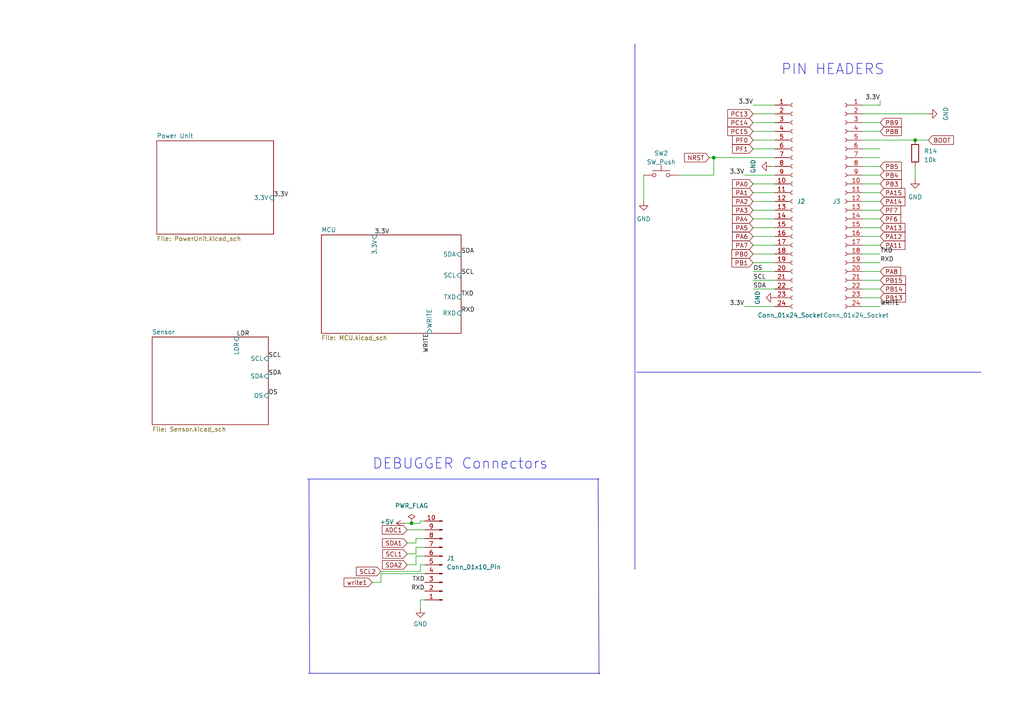
<source format=kicad_sch>
(kicad_sch (version 20230121) (generator eeschema)
  (paper "A4")
  (title_block (title "MAIN SCHEMATIC") (company "UCT") (comment 2 "TALIFHANI NEMAANGANI") (comment 3 "SIVUYILE NOSE") (comment 4 "ZWIVHUYA NDOU"))
  (lib_symbols
    (symbol "Connector:Conn_01x10_Pin" (pin_names (offset 1.016) hide)
      (property "Reference" "J" (at 0 12.7 0))
      (property "Value" "Conn_01x10_Pin" (at 0 -15.24 0))
      (symbol "Conn_01x10_Pin_1_1"
        (polyline (pts (xy 1.27 -12.7) (xy 0.8636 -12.7)) (stroke (width 0.1524)))
        (polyline (pts (xy 1.27 -10.16) (xy 0.8636 -10.16)) (stroke (width 0.1524)))
        (polyline (pts (xy 1.27 -7.62) (xy 0.8636 -7.62)) (stroke (width 0.1524)))
        (polyline (pts (xy 1.27 -5.08) (xy 0.8636 -5.08)) (stroke (width 0.1524)))
        (polyline (pts (xy 1.27 -2.54) (xy 0.8636 -2.54)) (stroke (width 0.1524)))
        (polyline (pts (xy 1.27 0) (xy 0.8636 0)) (stroke (width 0.1524)))
        (polyline (pts (xy 1.27 2.54) (xy 0.8636 2.54)) (stroke (width 0.1524)))
        (polyline (pts (xy 1.27 5.08) (xy 0.8636 5.08)) (stroke (width 0.1524)))
        (polyline (pts (xy 1.27 7.62) (xy 0.8636 7.62)) (stroke (width 0.1524)))
        (polyline (pts (xy 1.27 10.16) (xy 0.8636 10.16)) (stroke (width 0.1524)))
        (rectangle (start 0.8636 -12.573) (end 0 -12.827) (stroke (width 0.1524)) (fill (type outline)))
        (rectangle (start 0.8636 -10.033) (end 0 -10.287) (stroke (width 0.1524)) (fill (type outline)))
        (rectangle (start 0.8636 -7.493) (end 0 -7.747) (stroke (width 0.1524)) (fill (type outline)))
        (rectangle (start 0.8636 -4.953) (end 0 -5.207) (stroke (width 0.1524)) (fill (type outline)))
        (rectangle (start 0.8636 -2.413) (end 0 -2.667) (stroke (width 0.1524)) (fill (type outline)))
        (rectangle (start 0.8636 0.127) (end 0 -0.127) (stroke (width 0.1524)) (fill (type outline)))
        (rectangle (start 0.8636 2.667) (end 0 2.413) (stroke (width 0.1524)) (fill (type outline)))
        (rectangle (start 0.8636 5.207) (end 0 4.953) (stroke (width 0.1524)) (fill (type outline)))
        (rectangle (start 0.8636 7.747) (end 0 7.493) (stroke (width 0.1524)) (fill (type outline)))
        (rectangle (start 0.8636 10.287) (end 0 10.033) (stroke (width 0.1524)) (fill (type outline)))
        (pin passive line (at 5.08 10.16 180) (length 3.81) (name "Pin_1") (number "1"))
        (pin passive line (at 5.08 -12.7 180) (length 3.81) (name "Pin_10") (number "10"))
        (pin passive line (at 5.08 7.62 180) (length 3.81) (name "Pin_2") (number "2"))
        (pin passive line (at 5.08 5.08 180) (length 3.81) (name "Pin_3") (number "3"))
        (pin passive line (at 5.08 2.54 180) (length 3.81) (name "Pin_4") (number "4"))
        (pin passive line (at 5.08 0 180) (length 3.81) (name "Pin_5") (number "5"))
        (pin passive line (at 5.08 -2.54 180) (length 3.81) (name "Pin_6") (number "6"))
        (pin passive line (at 5.08 -5.08 180) (length 3.81) (name "Pin_7") (number "7"))
        (pin passive line (at 5.08 -7.62 180) (length 3.81) (name "Pin_8") (number "8"))
        (pin passive line (at 5.08 -10.16 180) (length 3.81) (name "Pin_9") (number "9"))
      )
    )
    (symbol "Connector:Conn_01x24_Socket" (pin_names (offset 1.016) hide)
      (property "Reference" "J" (at 0 30.48 0))
      (property "Value" "Conn_01x24_Socket" (at 0 -33.02 0))
      (symbol "Conn_01x24_Socket_1_1"
        (arc (start 0 -29.972) (mid -0.5058 -30.48) (end 0 -30.988) (stroke (width 0.1524)))
        (arc (start 0 -27.432) (mid -0.5058 -27.94) (end 0 -28.448) (stroke (width 0.1524)))
        (arc (start 0 -24.892) (mid -0.5058 -25.4) (end 0 -25.908) (stroke (width 0.1524)))
        (arc (start 0 -22.352) (mid -0.5058 -22.86) (end 0 -23.368) (stroke (width 0.1524)))
        (arc (start 0 -19.812) (mid -0.5058 -20.32) (end 0 -20.828) (stroke (width 0.1524)))
        (arc (start 0 -17.272) (mid -0.5058 -17.78) (end 0 -18.288) (stroke (width 0.1524)))
        (arc (start 0 -14.732) (mid -0.5058 -15.24) (end 0 -15.748) (stroke (width 0.1524)))
        (arc (start 0 -12.192) (mid -0.5058 -12.7) (end 0 -13.208) (stroke (width 0.1524)))
        (arc (start 0 -9.652) (mid -0.5058 -10.16) (end 0 -10.668) (stroke (width 0.1524)))
        (arc (start 0 -7.112) (mid -0.5058 -7.62) (end 0 -8.128) (stroke (width 0.1524)))
        (arc (start 0 -4.572) (mid -0.5058 -5.08) (end 0 -5.588) (stroke (width 0.1524)))
        (arc (start 0 -2.032) (mid -0.5058 -2.54) (end 0 -3.048) (stroke (width 0.1524)))
        (polyline (pts (xy -1.27 -30.48) (xy -0.508 -30.48)) (stroke (width 0.1524)))
        (polyline (pts (xy -1.27 -27.94) (xy -0.508 -27.94)) (stroke (width 0.1524)))
        (polyline (pts (xy -1.27 -25.4) (xy -0.508 -25.4)) (stroke (width 0.1524)))
        (polyline (pts (xy -1.27 -22.86) (xy -0.508 -22.86)) (stroke (width 0.1524)))
        (polyline (pts (xy -1.27 -20.32) (xy -0.508 -20.32)) (stroke (width 0.1524)))
        (polyline (pts (xy -1.27 -17.78) (xy -0.508 -17.78)) (stroke (width 0.1524)))
        (polyline (pts (xy -1.27 -15.24) (xy -0.508 -15.24)) (stroke (width 0.1524)))
        (polyline (pts (xy -1.27 -12.7) (xy -0.508 -12.7)) (stroke (width 0.1524)))
        (polyline (pts (xy -1.27 -10.16) (xy -0.508 -10.16)) (stroke (width 0.1524)))
        (polyline (pts (xy -1.27 -7.62) (xy -0.508 -7.62)) (stroke (width 0.1524)))
        (polyline (pts (xy -1.27 -5.08) (xy -0.508 -5.08)) (stroke (width 0.1524)))
        (polyline (pts (xy -1.27 -2.54) (xy -0.508 -2.54)) (stroke (width 0.1524)))
        (polyline (pts (xy -1.27 0) (xy -0.508 0)) (stroke (width 0.1524)))
        (polyline (pts (xy -1.27 2.54) (xy -0.508 2.54)) (stroke (width 0.1524)))
        (polyline (pts (xy -1.27 5.08) (xy -0.508 5.08)) (stroke (width 0.1524)))
        (polyline (pts (xy -1.27 7.62) (xy -0.508 7.62)) (stroke (width 0.1524)))
        (polyline (pts (xy -1.27 10.16) (xy -0.508 10.16)) (stroke (width 0.1524)))
        (polyline (pts (xy -1.27 12.7) (xy -0.508 12.7)) (stroke (width 0.1524)))
        (polyline (pts (xy -1.27 15.24) (xy -0.508 15.24)) (stroke (width 0.1524)))
        (polyline (pts (xy -1.27 17.78) (xy -0.508 17.78)) (stroke (width 0.1524)))
        (polyline (pts (xy -1.27 20.32) (xy -0.508 20.32)) (stroke (width 0.1524)))
        (polyline (pts (xy -1.27 22.86) (xy -0.508 22.86)) (stroke (width 0.1524)))
        (polyline (pts (xy -1.27 25.4) (xy -0.508 25.4)) (stroke (width 0.1524)))
        (polyline (pts (xy -1.27 27.94) (xy -0.508 27.94)) (stroke (width 0.1524)))
        (arc (start 0 0.508) (mid -0.5058 0) (end 0 -0.508) (stroke (width 0.1524)))
        (arc (start 0 3.048) (mid -0.5058 2.54) (end 0 2.032) (stroke (width 0.1524)))
        (arc (start 0 5.588) (mid -0.5058 5.08) (end 0 4.572) (stroke (width 0.1524)))
        (arc (start 0 8.128) (mid -0.5058 7.62) (end 0 7.112) (stroke (width 0.1524)))
        (arc (start 0 10.668) (mid -0.5058 10.16) (end 0 9.652) (stroke (width 0.1524)))
        (arc (start 0 13.208) (mid -0.5058 12.7) (end 0 12.192) (stroke (width 0.1524)))
        (arc (start 0 15.748) (mid -0.5058 15.24) (end 0 14.732) (stroke (width 0.1524)))
        (arc (start 0 18.288) (mid -0.5058 17.78) (end 0 17.272) (stroke (width 0.1524)))
        (arc (start 0 20.828) (mid -0.5058 20.32) (end 0 19.812) (stroke (width 0.1524)))
        (arc (start 0 23.368) (mid -0.5058 22.86) (end 0 22.352) (stroke (width 0.1524)))
        (arc (start 0 25.908) (mid -0.5058 25.4) (end 0 24.892) (stroke (width 0.1524)))
        (arc (start 0 28.448) (mid -0.5058 27.94) (end 0 27.432) (stroke (width 0.1524)))
        (pin passive line (at -5.08 27.94 0) (length 3.81) (name "Pin_1") (number "1"))
        (pin passive line (at -5.08 5.08 0) (length 3.81) (name "Pin_10") (number "10"))
        (pin passive line (at -5.08 2.54 0) (length 3.81) (name "Pin_11") (number "11"))
        (pin passive line (at -5.08 0 0) (length 3.81) (name "Pin_12") (number "12"))
        (pin passive line (at -5.08 -2.54 0) (length 3.81) (name "Pin_13") (number "13"))
        (pin passive line (at -5.08 -5.08 0) (length 3.81) (name "Pin_14") (number "14"))
        (pin passive line (at -5.08 -7.62 0) (length 3.81) (name "Pin_15") (number "15"))
        (pin passive line (at -5.08 -10.16 0) (length 3.81) (name "Pin_16") (number "16"))
        (pin passive line (at -5.08 -12.7 0) (length 3.81) (name "Pin_17") (number "17"))
        (pin passive line (at -5.08 -15.24 0) (length 3.81) (name "Pin_18") (number "18"))
        (pin passive line (at -5.08 -17.78 0) (length 3.81) (name "Pin_19") (number "19"))
        (pin passive line (at -5.08 25.4 0) (length 3.81) (name "Pin_2") (number "2"))
        (pin passive line (at -5.08 -20.32 0) (length 3.81) (name "Pin_20") (number "20"))
        (pin passive line (at -5.08 -22.86 0) (length 3.81) (name "Pin_21") (number "21"))
        (pin passive line (at -5.08 -25.4 0) (length 3.81) (name "Pin_22") (number "22"))
        (pin passive line (at -5.08 -27.94 0) (length 3.81) (name "Pin_23") (number "23"))
        (pin passive line (at -5.08 -30.48 0) (length 3.81) (name "Pin_24") (number "24"))
        (pin passive line (at -5.08 22.86 0) (length 3.81) (name "Pin_3") (number "3"))
        (pin passive line (at -5.08 20.32 0) (length 3.81) (name "Pin_4") (number "4"))
        (pin passive line (at -5.08 17.78 0) (length 3.81) (name "Pin_5") (number "5"))
        (pin passive line (at -5.08 15.24 0) (length 3.81) (name "Pin_6") (number "6"))
        (pin passive line (at -5.08 12.7 0) (length 3.81) (name "Pin_7") (number "7"))
        (pin passive line (at -5.08 10.16 0) (length 3.81) (name "Pin_8") (number "8"))
        (pin passive line (at -5.08 7.62 0) (length 3.81) (name "Pin_9") (number "9"))
      )
    )
    (symbol "Device:R" (pin_numbers hide) (pin_names (offset 0))
      (property "Reference" "R" (at 2.032 0 90))
      (property "Value" "R" (at 0 0 90))
      (symbol "R_0_1"
        (rectangle (start -1.016 -2.54) (end 1.016 2.54) (stroke (width 0.254)))
      )
      (symbol "R_1_1"
        (pin passive line (at 0 3.81 270) (length 1.27) (name "~") (number "1"))
        (pin passive line (at 0 -3.81 90) (length 1.27) (name "~") (number "2"))
      )
    )
    (symbol "Switch:SW_Push" (pin_numbers hide) (pin_names (offset 1.016) hide)
      (property "Reference" "SW" (at 1.27 2.54 0))
      (property "Value" "SW_Push" (at 0 -1.524 0))
      (symbol "SW_Push_0_1"
        (circle (center -2.032 0) (radius 0.508))
        (polyline (pts (xy 0 1.27) (xy 0 3.048)))
        (polyline (pts (xy 2.54 1.27) (xy -2.54 1.27)))
        (circle (center 2.032 0) (radius 0.508))
        (pin passive line (at -5.08 0 0) (length 2.54) (name "1") (number "1"))
        (pin passive line (at 5.08 0 180) (length 2.54) (name "2") (number "2"))
      )
    )
    (symbol "power:+5V" (power) (pin_names (offset 0))
      (property "Value" "+5V" (at 0 3.556 0))
      (symbol "+5V_0_1"
        (polyline (pts (xy -0.762 1.27) (xy 0 2.54)))
        (polyline (pts (xy 0 0) (xy 0 2.54)))
        (polyline (pts (xy 0 2.54) (xy 0.762 1.27)))
      )
      (symbol "+5V_1_1"
        (pin power_in line (at 0 0 90) (length 0) hide (name "+5V") (number "1"))
      )
    )
    (symbol "power:GND" (power) (pin_names (offset 0))
      (property "Value" "GND" (at 0 -3.81 0))
      (symbol "GND_0_1"
        (polyline (pts (xy 0 0) (xy 0 -1.27) (xy 1.27 -1.27) (xy 0 -2.54) (xy -1.27 -1.27) (xy 0 -1.27)))
      )
      (symbol "GND_1_1"
        (pin power_in line (at 0 0 270) (length 0) hide (name "GND") (number "1"))
      )
    )
    (symbol "power:PWR_FLAG" (power) (pin_numbers hide) (pin_names (offset 0) hide)
      (property "Value" "PWR_FLAG" (at 0 3.81 0))
      (symbol "PWR_FLAG_0_0"
        (pin power_out line (at 0 0 90) (length 0) (name "pwr") (number "1"))
      )
      (symbol "PWR_FLAG_0_1"
        (polyline (pts (xy 0 0) (xy 0 1.27) (xy -1.016 1.905) (xy 0 2.54) (xy 1.016 1.905) (xy 0 1.27)))
      )
    )
  )
  (junction (at 207.01 45.72))
  (junction (at 265.43 40.64))
  (junction (at 119.38 151.765))
  (polyline (pts (xy 89.2048 138.938) (xy 173.736 138.938)))
  (wire (pts (xy 250.19 45.72) (xy 255.27 45.72)))
  (wire (pts (xy 218.44 33.02) (xy 224.79 33.02)))
  (wire (pts (xy 250.19 66.04) (xy 255.27 66.04)))
  (wire (pts (xy 218.44 35.56) (xy 224.79 35.56)))
  (wire (pts (xy 218.44 71.12) (xy 224.79 71.12)))
  (wire (pts (xy 250.19 48.26) (xy 255.27 48.26)))
  (wire (pts (xy 118.11 160.655) (xy 120.65 160.655)))
  (wire (pts (xy 218.44 38.1) (xy 224.79 38.1)))
  (polyline (pts (xy 184.7088 107.95) (xy 284.48 107.95)))
  (wire (pts (xy 196.85 50.8) (xy 207.01 50.8)))
  (wire (pts (xy 265.43 48.26) (xy 265.43 52.07)))
  (wire (pts (xy 120.65 163.83) (xy 120.65 161.29)))
  (wire (pts (xy 121.92 165.735) (xy 121.92 163.83)))
  (wire (pts (xy 215.9 50.8) (xy 224.79 50.8)))
  (wire (pts (xy 250.19 81.28) (xy 255.27 81.28)))
  (wire (pts (xy 218.44 60.96) (xy 224.79 60.96)))
  (wire (pts (xy 218.44 66.04) (xy 224.79 66.04)))
  (wire (pts (xy 218.44 68.58) (xy 224.79 68.58)))
  (wire (pts (xy 250.19 40.64) (xy 265.43 40.64)))
  (wire (pts (xy 218.44 78.74) (xy 224.79 78.74)))
  (wire (pts (xy 218.44 76.2) (xy 224.79 76.2)))
  (polyline (pts (xy 89.408 195.2752) (xy 173.9392 195.2752)))
  (wire (pts (xy 250.19 76.2) (xy 255.27 76.2)))
  (wire (pts (xy 118.11 163.83) (xy 120.65 163.83)))
  (wire (pts (xy 107.95 168.91) (xy 110.49 168.91)))
  (wire (pts (xy 120.65 160.655) (xy 120.65 158.75)))
  (wire (pts (xy 121.92 173.99) (xy 123.19 173.99)))
  (wire (pts (xy 218.44 63.5) (xy 224.79 63.5)))
  (wire (pts (xy 269.24 40.64) (xy 265.43 40.64)))
  (wire (pts (xy 250.19 58.42) (xy 255.27 58.42)))
  (wire (pts (xy 110.49 168.91) (xy 110.49 166.37)))
  (wire (pts (xy 255.27 30.48) (xy 255.27 29.21)))
  (wire (pts (xy 120.65 156.21) (xy 120.65 157.48)))
  (wire (pts (xy 250.19 43.18) (xy 255.27 43.18)))
  (wire (pts (xy 250.19 83.82) (xy 255.27 83.82)))
  (wire (pts (xy 218.44 40.64) (xy 224.79 40.64)))
  (wire (pts (xy 218.44 58.42) (xy 224.79 58.42)))
  (wire (pts (xy 207.01 45.72) (xy 224.79 45.72)))
  (wire (pts (xy 186.69 50.8) (xy 186.69 58.42)))
  (wire (pts (xy 120.65 161.29) (xy 123.19 161.29)))
  (polyline (pts (xy 184.15 165.1) (xy 184.15 12.7)))
  (wire (pts (xy 110.49 165.735) (xy 121.92 165.735)))
  (wire (pts (xy 121.92 163.83) (xy 123.19 163.83)))
  (wire (pts (xy 250.19 78.74) (xy 255.27 78.74)))
  (wire (pts (xy 250.19 35.56) (xy 255.27 35.56)))
  (wire (pts (xy 207.01 45.72) (xy 207.01 50.8)))
  (wire (pts (xy 250.19 55.88) (xy 255.27 55.88)))
  (wire (pts (xy 250.19 30.48) (xy 255.27 30.48)))
  (wire (pts (xy 121.92 151.13) (xy 121.92 151.765)))
  (wire (pts (xy 117.475 151.765) (xy 119.38 151.765)))
  (wire (pts (xy 250.19 63.5) (xy 255.27 63.5)))
  (wire (pts (xy 250.19 60.96) (xy 255.27 60.96)))
  (wire (pts (xy 250.19 38.1) (xy 255.27 38.1)))
  (wire (pts (xy 250.19 33.02) (xy 269.24 33.02)))
  (wire (pts (xy 218.44 30.48) (xy 224.79 30.48)))
  (wire (pts (xy 250.19 71.12) (xy 255.27 71.12)))
  (wire (pts (xy 121.92 176.53) (xy 121.92 173.99)))
  (wire (pts (xy 218.44 83.82) (xy 224.79 83.82)))
  (wire (pts (xy 218.44 73.66) (xy 224.79 73.66)))
  (wire (pts (xy 218.44 55.88) (xy 224.79 55.88)))
  (wire (pts (xy 110.49 166.37) (xy 123.19 166.37)))
  (wire (pts (xy 250.19 88.9) (xy 255.27 88.9)))
  (wire (pts (xy 250.19 53.34) (xy 255.27 53.34)))
  (wire (pts (xy 223.52 48.26) (xy 224.79 48.26)))
  (wire (pts (xy 250.19 86.36) (xy 255.27 86.36)))
  (wire (pts (xy 118.11 153.67) (xy 123.19 153.67)))
  (wire (pts (xy 120.65 158.75) (xy 123.19 158.75)))
  (wire (pts (xy 121.92 151.765) (xy 119.38 151.765)))
  (wire (pts (xy 218.44 43.18) (xy 224.79 43.18)))
  (wire (pts (xy 120.65 156.21) (xy 123.19 156.21)))
  (wire (pts (xy 218.44 81.28) (xy 224.79 81.28)))
  (wire (pts (xy 118.11 157.48) (xy 120.65 157.48)))
  (polyline (pts (xy 89.8144 195.072) (xy 89.6112 139.0396)))
  (wire (pts (xy 218.44 53.34) (xy 224.79 53.34)))
  (wire (pts (xy 121.92 151.13) (xy 123.19 151.13)))
  (wire (pts (xy 250.19 73.66) (xy 255.27 73.66)))
  (wire (pts (xy 250.19 68.58) (xy 255.27 68.58)))
  (polyline (pts (xy 173.736 195.5292) (xy 173.482 138.8364)))
  (wire (pts (xy 250.19 50.8) (xy 255.27 50.8)))
  (wire (pts (xy 205.74 45.72) (xy 207.01 45.72)))
  (wire (pts (xy 215.9 88.9) (xy 224.79 88.9)))
  (text "PIN HEADERS" (at 226.5172 21.9964 0) (effects (font (size 3 3)) (justify left bottom)))
  (text "DEBUGGER Connectors\n\n\n" (at 107.95 146.05 0) (effects (font (size 3 3)) (justify left bottom)))
  (label "SCL" (at 218.44 81.28 0))
  (label "LDR" (at 68.6308 97.7392 0))
  (label "SDA" (at 77.8256 109.1184 0))
  (label "TXD" (at 133.7564 86.1568 0))
  (label "3.3V" (at 255.27 29.21 180))
  (label "WRITE" (at 124.5616 96.6724 270))
  (label "SDA" (at 218.44 83.82 0))
  (label "OS" (at 77.8256 114.7572 0))
  (label "3.3V" (at 215.9 88.9 180))
  (label "3.3V" (at 108.6104 68.1228 0))
  (label "3.3V" (at 79.3496 57.3532 0))
  (label "WRITE" (at 255.27 88.9 0))
  (label "3.3V" (at 215.9 50.8 180))
  (label "TXD" (at 123.19 168.91 180))
  (label "SDA" (at 133.7564 73.7616 0))
  (label "SCL" (at 133.7564 79.8576 0))
  (label "RXD" (at 255.27 76.2 0))
  (label "RXD" (at 123.19 171.45 180))
  (label "3.3V" (at 218.44 30.48 180))
  (label "OS" (at 218.44 78.74 0))
  (label "SCL" (at 77.8256 103.9876 0))
  (label "TXD" (at 255.27 73.66 0))
  (label "RXD" (at 133.7564 90.8304 0))
  (global_label "PC14" (shape input) (at 218.44 35.56 180) (property "Intersheetrefs" "${INTERSHEET_REFS}" (effects hide)))
  (global_label "PB9" (shape input) (at 255.27 35.56 0) (property "Intersheetrefs" "${INTERSHEET_REFS}" (effects hide)))
  (global_label "PA11" (shape input) (at 255.27 71.12 0) (property "Intersheetrefs" "${INTERSHEET_REFS}" (effects hide)))
  (global_label "PA0" (shape input) (at 218.44 53.34 180) (property "Intersheetrefs" "${INTERSHEET_REFS}" (effects hide)))
  (global_label "PA4" (shape input) (at 218.44 63.5 180) (property "Intersheetrefs" "${INTERSHEET_REFS}" (effects hide)))
  (global_label "PA1" (shape input) (at 218.44 55.88 180) (property "Intersheetrefs" "${INTERSHEET_REFS}" (effects hide)))
  (global_label "PC13" (shape input) (at 218.44 33.02 180) (property "Intersheetrefs" "${INTERSHEET_REFS}" (effects hide)))
  (global_label "PA7" (shape input) (at 218.44 71.12 180) (property "Intersheetrefs" "${INTERSHEET_REFS}" (effects hide)))
  (global_label "PA15" (shape input) (at 255.27 55.88 0) (property "Intersheetrefs" "${INTERSHEET_REFS}" (effects hide)))
  (global_label "PA13" (shape input) (at 255.27 66.04 0) (property "Intersheetrefs" "${INTERSHEET_REFS}" (effects hide)))
  (global_label "PF7" (shape input) (at 255.27 60.96 0) (property "Intersheetrefs" "${INTERSHEET_REFS}" (effects hide)))
  (global_label "PA12" (shape input) (at 255.27 68.58 0) (property "Intersheetrefs" "${INTERSHEET_REFS}" (effects hide)))
  (global_label "PB0" (shape input) (at 218.44 73.66 180) (property "Intersheetrefs" "${INTERSHEET_REFS}" (effects hide)))
  (global_label "PA14" (shape input) (at 255.27 58.42 0) (property "Intersheetrefs" "${INTERSHEET_REFS}" (effects hide)))
  (global_label "PB1" (shape input) (at 218.44 76.2 180) (property "Intersheetrefs" "${INTERSHEET_REFS}" (effects hide)))
  (global_label "PC15" (shape input) (at 218.44 38.1 180) (property "Intersheetrefs" "${INTERSHEET_REFS}" (effects hide)))
  (global_label "BOOT" (shape input) (at 269.24 40.64 0) (property "Intersheetrefs" "${INTERSHEET_REFS}" (effects hide)))
  (global_label "write1" (shape input) (at 107.95 168.91 180) (property "Intersheetrefs" "${INTERSHEET_REFS}" (effects hide)))
  (global_label "PA3" (shape input) (at 218.44 60.96 180) (property "Intersheetrefs" "${INTERSHEET_REFS}" (effects hide)))
  (global_label "SDA1" (shape input) (at 118.11 157.48 180) (property "Intersheetrefs" "${INTERSHEET_REFS}" (effects hide)))
  (global_label "PB4" (shape input) (at 255.27 50.8 0) (property "Intersheetrefs" "${INTERSHEET_REFS}" (effects hide)))
  (global_label "PA6" (shape input) (at 218.44 68.58 180) (property "Intersheetrefs" "${INTERSHEET_REFS}" (effects hide)))
  (global_label "PF6" (shape input) (at 255.27 63.5 0) (property "Intersheetrefs" "${INTERSHEET_REFS}" (effects hide)))
  (global_label "PB15" (shape input) (at 255.27 81.28 0) (property "Intersheetrefs" "${INTERSHEET_REFS}" (effects hide)))
  (global_label "PB5" (shape input) (at 255.27 48.26 0) (property "Intersheetrefs" "${INTERSHEET_REFS}" (effects hide)))
  (global_label "PA5" (shape input) (at 218.44 66.04 180) (property "Intersheetrefs" "${INTERSHEET_REFS}" (effects hide)))
  (global_label "SDA2" (shape input) (at 118.11 163.83 180) (property "Intersheetrefs" "${INTERSHEET_REFS}" (effects hide)))
  (global_label "PB14" (shape input) (at 255.27 83.82 0) (property "Intersheetrefs" "${INTERSHEET_REFS}" (effects hide)))
  (global_label "SCL2" (shape input) (at 110.49 165.735 180) (property "Intersheetrefs" "${INTERSHEET_REFS}" (effects hide)))
  (global_label "ADC1" (shape input) (at 118.11 153.67 180) (property "Intersheetrefs" "${INTERSHEET_REFS}" (effects hide)))
  (global_label "PB8" (shape input) (at 255.27 38.1 0) (property "Intersheetrefs" "${INTERSHEET_REFS}" (effects hide)))
  (global_label "PF1" (shape input) (at 218.44 43.18 180) (property "Intersheetrefs" "${INTERSHEET_REFS}" (effects hide)))
  (global_label "SCL1" (shape input) (at 118.11 160.655 180) (property "Intersheetrefs" "${INTERSHEET_REFS}" (effects hide)))
  (global_label "PB13" (shape input) (at 255.27 86.36 0) (property "Intersheetrefs" "${INTERSHEET_REFS}" (effects hide)))
  (global_label "PF0" (shape input) (at 218.44 40.64 180) (property "Intersheetrefs" "${INTERSHEET_REFS}" (effects hide)))
  (global_label "PA2" (shape input) (at 218.44 58.42 180) (property "Intersheetrefs" "${INTERSHEET_REFS}" (effects hide)))
  (global_label "NRST" (shape input) (at 205.74 45.72 180) (property "Intersheetrefs" "${INTERSHEET_REFS}" (effects hide)))
  (global_label "PB3" (shape input) (at 255.27 53.34 0) (property "Intersheetrefs" "${INTERSHEET_REFS}" (effects hide)))
  (global_label "PA8" (shape input) (at 255.27 78.74 0) (property "Intersheetrefs" "${INTERSHEET_REFS}" (effects hide)))
  (symbol (lib_id "power:GND") (at 265.43 52.07 0) (mirror y) (unit 1)
    (property "Reference" "#PWR031" (effects hide))
    (property "Value" "GND" (at 265.43 57.15 0))
  )
  (symbol (lib_id "Device:R") (at 265.43 44.45 0) (unit 1)
    (property "Reference" "R14" (at 267.97 43.815 0) (effects (justify left)))
    (property "Value" "10k" (at 267.97 46.355 0) (effects (justify left)))
  )
  (symbol (lib_id "Connector:Conn_01x24_Socket") (at 229.87 58.42 0) (unit 1)
    (property "Reference" "J2" (at 231.14 58.42 0) (effects (justify left)))
    (property "Value" "Conn_01x24_Socket" (at 219.71 91.44 0) (effects (justify left)))
  )
  (symbol (lib_id "Connector:Conn_01x24_Socket") (at 245.11 58.42 0) (mirror y) (unit 1)
    (property "Reference" "J3" (at 243.84 58.42 0) (effects (justify left)))
    (property "Value" "Conn_01x24_Socket" (at 257.81 91.44 0) (effects (justify left)))
  )
  (symbol (lib_id "power:GND") (at 224.79 86.36 270) (mirror x) (unit 1)
    (property "Reference" "#PWR029" (effects hide))
    (property "Value" "GND" (at 219.71 86.36 0))
  )
  (symbol (lib_id "power:GND") (at 121.92 176.53 0) (unit 1)
    (property "Reference" "#PWR015" (effects hide))
    (property "Value" "GND" (at 121.92 180.975 0))
  )
  (symbol (lib_id "power:+5V") (at 117.475 151.765 90) (unit 1)
    (property "Reference" "#PWR08" (effects hide))
    (property "Value" "+5V" (at 114.2238 151.384 90) (effects (justify left)))
  )
  (symbol (lib_id "Switch:SW_Push") (at 191.77 50.8 0) (unit 1)
    (property "Reference" "SW2" (at 191.77 44.45 0))
    (property "Value" "SW_Push" (at 191.77 46.99 0))
  )
  (symbol (lib_id "power:GND") (at 186.69 58.42 0) (mirror y) (unit 1)
    (property "Reference" "#PWR024" (effects hide))
    (property "Value" "GND" (at 186.69 63.5 0))
  )
  (symbol (lib_id "power:GND") (at 269.24 33.02 90) (mirror x) (unit 1)
    (property "Reference" "#PWR032" (effects hide))
    (property "Value" "GND" (at 274.32 33.02 0))
  )
  (symbol (lib_id "power:GND") (at 223.52 48.26 270) (mirror x) (unit 1)
    (property "Reference" "#PWR028" (effects hide))
    (property "Value" "GND" (at 218.44 48.26 0))
  )
  (symbol (lib_id "Connector:Conn_01x10_Pin") (at 128.27 163.83 180) (unit 1)
    (property "Reference" "J1" (at 129.54 161.925 0) (effects (justify right)))
    (property "Value" "Conn_01x10_Pin" (at 129.54 164.465 0) (effects (justify right)))
  )
  (symbol (lib_id "power:PWR_FLAG") (at 119.38 151.765 0) (unit 1)
    (property "Reference" "#FLG04" (effects hide))
    (property "Value" "PWR_FLAG" (at 119.38 146.685 0))
  )
  (sheet (at 45.466 40.8432) (size 33.8836 27.0764) (stroke (width 0.1524))
    (property "Sheetname" "Power Unit" (at 45.466 40.1316 0) (effects (justify left bottom)))
    (property "Sheetfile" "PowerUnit.kicad_sch" (at 45.466 68.5042 0) (effects (justify left top)))
    (pin "3.3V" input (at 79.3496 57.3532 0))
  )
  (sheet (at 44.1452 97.7392) (size 33.6804 25.4508) (stroke (width 0.1524))
    (property "Sheetname" "Sensor" (at 44.1452 97.0276 0) (effects (justify left bottom)))
    (property "Sheetfile" "Sensor.kicad_sch" (at 44.1452 123.7746 0) (effects (justify left top)))
    (pin "LDR" input (at 68.6308 97.7392 90))
    (pin "OS" input (at 77.8256 114.7572 0))
    (pin "SDA" input (at 77.8256 109.1184 0))
    (pin "SCL" input (at 77.8256 103.9876 0))
  )
  (sheet (at 93.218 68.1228) (size 40.5384 28.5496) (stroke (width 0.1524))
    (property "Sheetname" "MCU" (at 93.218 67.4112 0) (effects (justify left bottom)))
    (property "Sheetfile" "MCU.kicad_sch" (at 93.218 97.257 0) (effects (justify left top)))
    (pin "SDA" input (at 133.7564 73.7616 0))
    (pin "SCL" input (at 133.7564 79.8576 0))
    (pin "3.3V" input (at 108.6104 68.1228 90))
    (pin "WRITE" input (at 124.5616 96.6724 270))
    (pin "TXD" input (at 133.7564 86.1568 0))
    (pin "RXD" input (at 133.7564 90.8304 0))
  )
)
</source>
